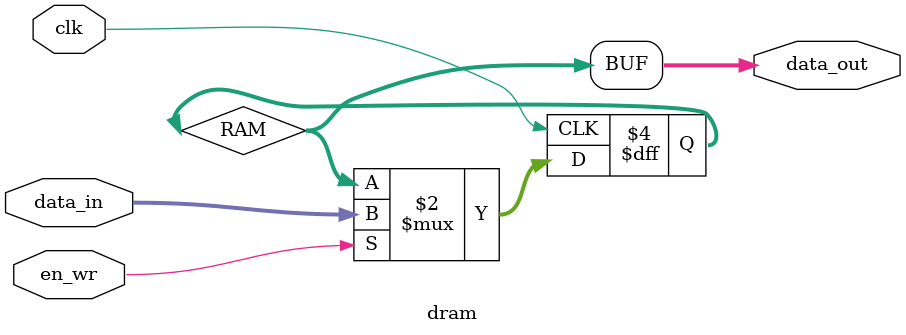
<source format=v>
/* Some small DRAM to save intermediate values during scalar multiplication */

module dram (
   input wire clk,

   input wire en_wr,
   input wire [255:0] data_in,
   output wire [255:0] data_out
);

reg [255:0] RAM;

always @(posedge clk) begin
    if (en_wr)
        RAM <= data_in;
end

assign data_out = RAM;

endmodule


</source>
